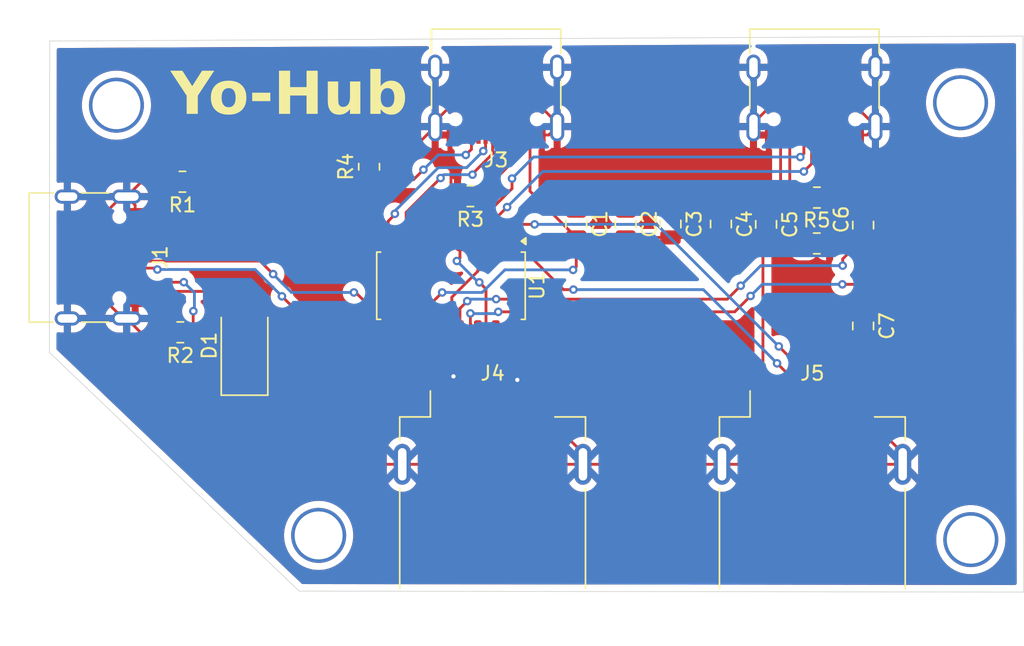
<source format=kicad_pcb>
(kicad_pcb (version 20241229) (generator "pcbnew") (generator_version "9.0")
  (layers (0 "F.Cu" signal) (2 "B.Cu" signal) (13 "F.Paste" user) (15 "B.Paste" user) (5 "F.SilkS" user "F.Silkscreen") (7 "B.SilkS" user "B.Silkscreen") (1 "F.Mask" user) (3 "B.Mask" user) (25 "Edge.Cuts" user))
  (net 0 "")
  (net 1 "VBUS")
  (net 3 "GND")
  (net 5 "Net-(U1-VDD3)")
  (net 6 "Net-(U1-VDD18)")
  (net 7 "Net-(D1-A)")
  (net 8 "Net-(J1-CC1)")
  (net 9 "D0-")
  (net 10 "Net-(J1-CC2)")
  (net 11 "D0+")
  (net 12 "D2-")
  (net 13 "Net-(J2-CC2)")
  (net 14 "Net-(J2-CC1)")
  (net 15 "D2+")
  (net 16 "D1+")
  (net 17 "D1-")
  (net 18 "Net-(J3-CC1)")
  (net 21 "Net-(J3-CC2)")
  (net 22 "D3+")
  (net 23 "D3-")
  (net 25 "D4+")
  (net 26 "D4-")
  (footprint "Connector_USB:USB_A_Receptacle_GCT_USB1046" (layer "F.Cu") (at 115.65 84.235)
    (property "Reference" "J4" (at 0 -10 0) (layer "F.SilkS"))
    (property "Value" "USB_A")
    (fp_line (start -6.58 -6.91) (end -6.58 -5.26) (stroke (width 0.12)) (layer "F.SilkS"))
    (fp_line (start -6.58 -1.84) (end -6.58 5.25) (stroke (width 0.12)) (layer "F.SilkS"))
    (fp_line (start -4.41 -6.91) (end -6.58 -6.91) (stroke (width 0.12)) (layer "F.SilkS"))
    (fp_line (start -4.41 -6.91) (end -4.41 -8.75) (stroke (width 0.12)) (layer "F.SilkS"))
    (fp_line (start 4.41 -6.91) (end 6.58 -6.91) (stroke (width 0.12)) (layer "F.SilkS"))
    (fp_line (start 6.58 -6.91) (end 6.58 -5.26) (stroke (width 0.12)) (layer "F.SilkS"))
    (fp_line (start 6.58 -1.84) (end 6.58 5.25) (stroke (width 0.12)) (layer "F.SilkS"))
    (pad "1" smd roundrect (at -3.5 -7.25) (size 1.3 3) (layers "F.Cu" "F.Mask" "F.Paste") (net 1 "VBUS"))
    (pad "2" smd roundrect (at -1 -7.25) (size 1.3 3) (layers "F.Cu" "F.Mask" "F.Paste") (net 23 "D3-"))
    (pad "3" smd roundrect (at 1 -7.25) (size 1.3 3) (layers "F.Cu" "F.Mask" "F.Paste") (net 22 "D3+"))
    (pad "4" smd roundrect (at 3.5 -7.25) (size 1.3 3) (layers "F.Cu" "F.Mask" "F.Paste") (net 3 "GND"))
    (pad "5" thru_hole oval (at -6.4 -3.55) (size 1.2 2.9) (drill oval 0.6 2.3) (property pad_prop_heatsink) (layers "*.Cu" "*.Mask") (net 3 "GND"))
    (pad "5" thru_hole oval (at 6.4 -3.55) (size 1.2 2.9) (drill oval 0.6 2.3) (property pad_prop_heatsink) (layers "*.Cu" "*.Mask") (net 3 "GND"))
  )
  (footprint "Capacitor_SMD:C_0805_2012Metric" (layer "F.Cu") (at 141.9 63.725 90)
    (property "Reference" "C6" (at 0.4 -1.55 90) (layer "F.SilkS"))
    (property "Value" "10uF")
    (fp_line (start -0.261252 -0.735) (end 0.261252 -0.735) (stroke (width 0.12)) (layer "F.SilkS"))
    (fp_line (start -0.261252 0.735) (end 0.261252 0.735) (stroke (width 0.12)) (layer "F.SilkS"))
    (pad "1" smd roundrect (at -0.95 0 90) (size 1 1.45) (layers "F.Cu" "F.Mask" "F.Paste") (net 5 "Net-(U1-VDD3)"))
    (pad "2" smd roundrect (at 0.95 0 90) (size 1 1.45) (layers "F.Cu" "F.Mask" "F.Paste") (net 3 "GND"))
  )
  (footprint "Connector_USB:USB_C_Receptacle_G-Switch_GT-USB-7010ASV" (layer "F.Cu") (at 86.6 66.025 -90)
    (property "Reference" "J1" (at 0 -5.5 90) (layer "F.SilkS"))
    (property "Value" "USB_C_Receptacle_USB2.0_16P")
    (fp_line (start -4.58 3.785) (end -4.58 2.08) (stroke (width 0.12)) (layer "F.SilkS"))
    (fp_line (start 4.58 3.785) (end -4.58 3.785) (stroke (width 0.12)) (layer "F.SilkS"))
    (fp_line (start 4.58 2.08) (end 4.58 3.785) (stroke (width 0.12)) (layer "F.SilkS"))
    (fp_line (start 4.58 0.07) (end 4.58 -1.85) (stroke (width 0.12)) (layer "F.SilkS"))
    (fp_line (start -4.58 -1.85) (end -4.58 0.07) (stroke (width 0.12)) (layer "F.SilkS"))
    (pad "" np_thru_hole circle (at -2.89 -2.605 270) (size 0.65 0.65) (drill 0.65) (layers "*.Cu" "*.Mask"))
    (pad "" np_thru_hole circle (at 2.89 -2.605 270) (size 0.65 0.65) (drill 0.65) (layers "*.Cu" "*.Mask"))
    (pad "A1" smd rect (at -3.2 -3.725 270) (size 0.6 1.24) (layers "F.Cu" "F.Mask" "F.Paste") (net 3 "GND"))
    (pad "A4" smd rect (at -2.4 -3.725 270) (size 0.6 1.24) (layers "F.Cu" "F.Mask" "F.Paste") (net 7 "Net-(D1-A)"))
    (pad "A5" smd rect (at -1.25 -3.725 270) (size 0.3 1.24) (layers "F.Cu" "F.Mask" "F.Paste") (net 8 "Net-(J1-CC1)"))
    (pad "A6" smd rect (at -0.25 -3.725 270) (size 0.3 1.24) (layers "F.Cu" "F.Mask" "F.Paste") (net 11 "D0+"))
    (pad "A7" smd rect (at 0.25 -3.725 270) (size 0.3 1.24) (layers "F.Cu" "F.Mask" "F.Paste") (net 9 "D0-"))
    (pad "A8" smd rect (at 1.25 -3.725 270) (size 0.3 1.24) (layers "F.Cu" "F.Mask" "F.Paste"))
    (pad "A9" smd rect (at 2.4 -3.725 270) (size 0.6 1.24) (layers "F.Cu" "F.Mask" "F.Paste") (net 7 "Net-(D1-A)"))
    (pad "A12" smd rect (at 3.2 -3.725 270) (size 0.6 1.24) (layers "F.Cu" "F.Mask" "F.Paste") (net 3 "GND"))
    (pad "B1" smd rect (at 3.2 -3.725 270) (size 0.6 1.24) (layers "F.Cu" "F.Mask" "F.Paste") (net 3 "GND"))
    (pad "B4" smd rect (at 2.4 -3.725 270) (size 0.6 1.24) (layers "F.Cu" "F.Mask" "F.Paste") (net 7 "Net-(D1-A)"))
    (pad "B5" smd rect (at 1.75 -3.725 270) (size 0.3 1.24) (layers "F.Cu" "F.Mask" "F.Paste") (net 10 "Net-(J1-CC2)"))
    (pad "B6" smd rect (at 0.75 -3.725 270) (size 0.3 1.24) (layers "F.Cu" "F.Mask" "F.Paste") (net 11 "D0+"))
    (pad "B7" smd rect (at -0.75 -3.725 270) (size 0.3 1.24) (layers "F.Cu" "F.Mask" "F.Paste") (net 9 "D0-"))
    (pad "B8" smd rect (at -1.75 -3.725 270) (size 0.3 1.24) (layers "F.Cu" "F.Mask" "F.Paste"))
    (pad "B9" smd rect (at -2.4 -3.725 270) (size 0.6 1.24) (layers "F.Cu" "F.Mask" "F.Paste") (net 7 "Net-(D1-A)"))
    (pad "B12" smd rect (at -3.2 -3.725 270) (size 0.6 1.24) (layers "F.Cu" "F.Mask" "F.Paste") (net 3 "GND"))
    (pad "S1" thru_hole oval (at -4.32 -3.125 270) (size 1 2.1) (drill oval 0.6 1.7) (property pad_prop_heatsink) (layers "*.Cu" "*.Mask") (net 3 "GND"))
    (pad "S1" thru_hole oval (at -4.32 1.075 270) (size 1 1.8) (drill oval 0.6 1.4) (property pad_prop_heatsink) (layers "*.Cu" "*.Mask") (net 3 "GND"))
    (pad "S1" thru_hole oval (at 4.32 -3.125 270) (size 1 2.1) (drill oval 0.6 1.7) (property pad_prop_heatsink) (layers "*.Cu" "*.Mask") (net 3 "GND"))
    (pad "S1" thru_hole oval (at 4.32 1.075 270) (size 1 1.8) (drill oval 0.6 1.4) (property pad_prop_heatsink) (layers "*.Cu" "*.Mask") (net 3 "GND"))
  )
  (footprint "Resistor_SMD:R_0805_2012Metric" (layer "F.Cu") (at 93.675 60.65 180)
    (property "Reference" "R1" (at 0 -1.65 0) (layer "F.SilkS"))
    (property "Value" "R")
    (fp_line (start -0.227064 0.735) (end 0.227064 0.735) (stroke (width 0.12)) (layer "F.SilkS"))
    (fp_line (start -0.227064 -0.735) (end 0.227064 -0.735) (stroke (width 0.12)) (layer "F.SilkS"))
    (pad "1" smd roundrect (at -0.9125 0 180) (size 1.025 1.4) (layers "F.Cu" "F.Mask" "F.Paste") (roundrect_rratio 0.243902) (net 8 "Net-(J1-CC1)"))
    (pad "2" smd roundrect (at 0.9125 0 180) (size 1.025 1.4) (layers "F.Cu" "F.Mask" "F.Paste") (roundrect_rratio 0.243902) (net 3 "GND"))
  )
  (footprint "Capacitor_SMD:C_0805_2012Metric" (layer "F.Cu") (at 141.9 70.875 -90)
    (property "Reference" "C7" (at 0 -1.68 90) (layer "F.SilkS"))
    (property "Value" "10uF")
    (fp_line (start -0.261252 0.735) (end 0.261252 0.735) (stroke (width 0.12)) (layer "F.SilkS"))
    (fp_line (start -0.261252 -0.735) (end 0.261252 -0.735) (stroke (width 0.12)) (layer "F.SilkS"))
    (pad "1" smd roundrect (at -0.95 0 270) (size 1 1.45) (layers "F.Cu" "F.Mask" "F.Paste") (net 6 "Net-(U1-VDD18)"))
    (pad "2" smd roundrect (at 0.95 0 270) (size 1 1.45) (layers "F.Cu" "F.Mask" "F.Paste") (net 3 "GND"))
  )
  (footprint "Capacitor_SMD:C_0805_2012Metric" (layer "F.Cu") (at 128.25 63.65 -90)
    (property "Reference" "C3" (at 0 -1.68 90) (layer "F.SilkS"))
    (property "Value" "C")
    (fp_line (start -0.261252 0.735) (end 0.261252 0.735) (stroke (width 0.12)) (layer "F.SilkS"))
    (fp_line (start -0.261252 -0.735) (end 0.261252 -0.735) (stroke (width 0.12)) (layer "F.SilkS"))
    (pad "1" smd roundrect (at -0.95 0 270) (size 1 1.45) (layers "F.Cu" "F.Mask" "F.Paste") (net 3 "GND"))
    (pad "2" smd roundrect (at 0.95 0 270) (size 1 1.45) (layers "F.Cu" "F.Mask" "F.Paste") (net 1 "VBUS"))
  )
  (footprint "Resistor_SMD:R_0805_2012Metric" (layer "F.Cu") (at 114.075 61.675 180)
    (property "Reference" "R3" (at 0 -1.65 0) (layer "F.SilkS"))
    (property "Value" "R")
    (fp_line (start -0.227064 0.735) (end 0.227064 0.735) (stroke (width 0.12)) (layer "F.SilkS"))
    (fp_line (start -0.227064 -0.735) (end 0.227064 -0.735) (stroke (width 0.12)) (layer "F.SilkS"))
    (pad "1" smd roundrect (at -0.9125 0 180) (size 1.025 1.4) (layers "F.Cu" "F.Mask" "F.Paste") (roundrect_rratio 0.243902) (net 18 "Net-(J3-CC1)"))
    (pad "2" smd roundrect (at 0.9125 0 180) (size 1.025 1.4) (layers "F.Cu" "F.Mask" "F.Paste") (roundrect_rratio 0.243902) (net 3 "GND"))
  )
  (footprint "Resistor_SMD:R_0805_2012Metric" (layer "F.Cu") (at 138.6125 65.025)
    (property "Reference" "R5" (at 0 -1.65 0) (layer "F.SilkS"))
    (property "Value" "R")
    (fp_line (start -0.227064 -0.735) (end 0.227064 -0.735) (stroke (width 0.12)) (layer "F.SilkS"))
    (fp_line (start -0.227064 0.735) (end 0.227064 0.735) (stroke (width 0.12)) (layer "F.SilkS"))
    (pad "1" smd roundrect (at -0.9125 0) (size 1.025 1.4) (layers "F.Cu" "F.Mask" "F.Paste") (roundrect_rratio 0.243902) (net 14 "Net-(J2-CC1)"))
    (pad "2" smd roundrect (at 0.9125 0) (size 1.025 1.4) (layers "F.Cu" "F.Mask" "F.Paste") (roundrect_rratio 0.243902) (net 3 "GND"))
  )
  (footprint "Capacitor_SMD:C_0805_2012Metric" (layer "F.Cu") (at 131.825 63.65 -90)
    (property "Reference" "C4" (at 0 -1.68 90) (layer "F.SilkS"))
    (property "Value" "C")
    (fp_line (start -0.261252 0.735) (end 0.261252 0.735) (stroke (width 0.12)) (layer "F.SilkS"))
    (fp_line (start -0.261252 -0.735) (end 0.261252 -0.735) (stroke (width 0.12)) (layer "F.SilkS"))
    (pad "1" smd roundrect (at -0.95 0 270) (size 1 1.45) (layers "F.Cu" "F.Mask" "F.Paste") (net 3 "GND"))
    (pad "2" smd roundrect (at 0.95 0 270) (size 1 1.45) (layers "F.Cu" "F.Mask" "F.Paste") (net 1 "VBUS"))
  )
  (footprint "Diode_SMD:D_SMA" (layer "F.Cu") (at 98.075 72.275 90)
    (property "Reference" "D1" (at 0 -2.5 90) (layer "F.SilkS"))
    (property "Value" "D")
    (fp_line (start -3.51 -1.65) (end 2 -1.65) (stroke (width 0.12)) (layer "F.SilkS"))
    (fp_line (start -3.51 -1.65) (end -3.51 1.65) (stroke (width 0.12)) (layer "F.SilkS"))
    (fp_line (start -3.51 1.65) (end 2 1.65) (stroke (width 0.12)) (layer "F.SilkS"))
    (pad "1" smd roundrect (at -2 0 90) (size 2.5 1.8) (layers "F.Cu" "F.Mask" "F.Paste") (roundrect_rratio 0.1388888889) (net 1 "VBUS"))
    (pad "2" smd roundrect (at 2 0 90) (size 2.5 1.8) (layers "F.Cu" "F.Mask" "F.Paste") (roundrect_rratio 0.1388888889) (net 7 "Net-(D1-A)"))
  )
  (footprint "Capacitor_SMD:C_0805_2012Metric" (layer "F.Cu") (at 135.025 63.675 -90)
    (property "Reference" "C5" (at 0 -1.68 90) (layer "F.SilkS"))
    (property "Value" "C")
    (fp_line (start -0.261252 0.735) (end 0.261252 0.735) (stroke (width 0.12)) (layer "F.SilkS"))
    (fp_line (start -0.261252 -0.735) (end 0.261252 -0.735) (stroke (width 0.12)) (layer "F.SilkS"))
    (pad "1" smd roundrect (at -0.95 0 270) (size 1 1.45) (layers "F.Cu" "F.Mask" "F.Paste") (net 3 "GND"))
    (pad "2" smd roundrect (at 0.95 0 270) (size 1 1.45) (layers "F.Cu" "F.Mask" "F.Paste") (net 1 "VBUS"))
  )
  (footprint "Connector_USB:USB_C_Receptacle_G-Switch_GT-USB-7010ASV" (layer "F.Cu") (at 115.9 53.615 180)
    (property "Reference" "J3" (at 0 -5.5 0) (layer "F.SilkS"))
    (property "Value" "USB_C_Receptacle_USB2.0_16P")
    (fp_line (start 4.58 3.785) (end -4.58 3.785) (stroke (width 0.12)) (layer "F.SilkS"))
    (fp_line (start 4.58 2.08) (end 4.58 3.785) (stroke (width 0.12)) (layer "F.SilkS"))
    (fp_line (start 4.58 0.07) (end 4.58 -1.85) (stroke (width 0.12)) (layer "F.SilkS"))
    (fp_line (start -4.58 3.785) (end -4.58 2.08) (stroke (width 0.12)) (layer "F.SilkS"))
    (fp_line (start -4.58 -1.85) (end -4.58 0.07) (stroke (width 0.12)) (layer "F.SilkS"))
    (pad "" np_thru_hole circle (at -2.89 -2.605 180) (size 0.65 0.65) (drill 0.65) (layers "*.Cu" "*.Mask"))
    (pad "" np_thru_hole circle (at 2.89 -2.605 180) (size 0.65 0.65) (drill 0.65) (layers "*.Cu" "*.Mask"))
    (pad "A1" smd rect (at -3.2 -3.725 180) (size 0.6 1.24) (layers "F.Cu" "F.Mask" "F.Paste") (net 3 "GND"))
    (pad "A4" smd rect (at -2.4 -3.725 180) (size 0.6 1.24) (layers "F.Cu" "F.Mask" "F.Paste") (net 1 "VBUS"))
    (pad "A5" smd rect (at -1.25 -3.725 180) (size 0.3 1.24) (layers "F.Cu" "F.Mask" "F.Paste") (net 18 "Net-(J3-CC1)"))
    (pad "A6" smd rect (at -0.25 -3.725 180) (size 0.3 1.24) (layers "F.Cu" "F.Mask" "F.Paste") (net 16 "D1+"))
    (pad "A7" smd rect (at 0.25 -3.725 180) (size 0.3 1.24) (layers "F.Cu" "F.Mask" "F.Paste") (net 17 "D1-"))
    (pad "A8" smd rect (at 1.25 -3.725 180) (size 0.3 1.24) (layers "F.Cu" "F.Mask" "F.Paste"))
    (pad "A9" smd rect (at 2.4 -3.725 180) (size 0.6 1.24) (layers "F.Cu" "F.Mask" "F.Paste") (net 1 "VBUS"))
    (pad "A12" smd rect (at 3.2 -3.725 180) (size 0.6 1.24) (layers "F.Cu" "F.Mask" "F.Paste") (net 3 "GND"))
    (pad "B1" smd rect (at 3.2 -3.725 180) (size 0.6 1.24) (layers "F.Cu" "F.Mask" "F.Paste") (net 3 "GND"))
    (pad "B4" smd rect (at 2.4 -3.725 180) (size 0.6 1.24) (layers "F.Cu" "F.Mask" "F.Paste") (net 1 "VBUS"))
    (pad "B5" smd rect (at 1.75 -3.725 180) (size 0.3 1.24) (layers "F.Cu" "F.Mask" "F.Paste") (net 21 "Net-(J3-CC2)"))
    (pad "B6" smd rect (at 0.75 -3.725 180) (size 0.3 1.24) (layers "F.Cu" "F.Mask" "F.Paste") (net 16 "D1+"))
    (pad "B7" smd rect (at -0.75 -3.725 180) (size 0.3 1.24) (layers "F.Cu" "F.Mask" "F.Paste") (net 17 "D1-"))
    (pad "B8" smd rect (at -1.75 -3.725 180) (size 0.3 1.24) (layers "F.Cu" "F.Mask" "F.Paste"))
    (pad "B9" smd rect (at -2.4 -3.725 180) (size 0.6 1.24) (layers "F.Cu" "F.Mask" "F.Paste") (net 1 "VBUS"))
    (pad "B12" smd rect (at -3.2 -3.725 180) (size 0.6 1.24) (layers "F.Cu" "F.Mask" "F.Paste") (net 3 "GND"))
    (pad "S1" thru_hole oval (at -4.32 -3.125 180) (size 1 2.1) (drill oval 0.6 1.7) (property pad_prop_heatsink) (layers "*.Cu" "*.Mask") (net 3 "GND"))
    (pad "S1" thru_hole oval (at -4.32 1.075 180) (size 1 1.8) (drill oval 0.6 1.4) (property pad_prop_heatsink) (layers "*.Cu" "*.Mask") (net 3 "GND"))
    (pad "S1" thru_hole oval (at 4.32 -3.125 180) (size 1 2.1) (drill oval 0.6 1.7) (property pad_prop_heatsink) (layers "*.Cu" "*.Mask") (net 3 "GND"))
    (pad "S1" thru_hole oval (at 4.32 1.075 180) (size 1 1.8) (drill oval 0.6 1.4) (property pad_prop_heatsink) (layers "*.Cu" "*.Mask") (net 3 "GND"))
  )
  (footprint "Resistor_SMD:R_0805_2012Metric" (layer "F.Cu") (at 138.625 61.775)
    (property "Reference" "R6" (hide yes))
    (property "Value" "R")
    (fp_line (start -0.227064 -0.735) (end 0.227064 -0.735) (stroke (width 0.12)) (layer "F.SilkS"))
    (fp_line (start -0.227064 0.735) (end 0.227064 0.735) (stroke (width 0.12)) (layer "F.SilkS"))
    (pad "1" smd roundrect (at -0.9125 0) (size 1.025 1.4) (layers "F.Cu" "F.Mask" "F.Paste") (roundrect_rratio 0.243902) (net 13 "Net-(J2-CC2)"))
    (pad "2" smd roundrect (at 0.9125 0) (size 1.025 1.4) (layers "F.Cu" "F.Mask" "F.Paste") (roundrect_rratio 0.243902) (net 3 "GND"))
  )
  (footprint "Connector_USB:USB_C_Receptacle_G-Switch_GT-USB-7010ASV" (layer "F.Cu") (at 138.45 53.615 180)
    (property "Reference" "J2" (hide yes))
    (property "Value" "USB_C_Receptacle_USB2.0_16P")
    (fp_line (start 4.58 3.785) (end -4.58 3.785) (stroke (width 0.12)) (layer "F.SilkS"))
    (fp_line (start 4.58 2.08) (end 4.58 3.785) (stroke (width 0.12)) (layer "F.SilkS"))
    (fp_line (start 4.58 0.07) (end 4.58 -1.85) (stroke (width 0.12)) (layer "F.SilkS"))
    (fp_line (start -4.58 3.785) (end -4.58 2.08) (stroke (width 0.12)) (layer "F.SilkS"))
    (fp_line (start -4.58 -1.85) (end -4.58 0.07) (stroke (width 0.12)) (layer "F.SilkS"))
    (pad "" np_thru_hole circle (at -2.89 -2.605 180) (size 0.65 0.65) (drill 0.65) (layers "*.Cu" "*.Mask"))
    (pad "" np_thru_hole circle (at 2.89 -2.605 180) (size 0.65 0.65) (drill 0.65) (layers "*.Cu" "*.Mask"))
    (pad "A1" smd rect (at -3.2 -3.725 180) (size 0.6 1.24) (layers "F.Cu" "F.Mask" "F.Paste") (net 3 "GND"))
    (pad "A4" smd rect (at -2.4 -3.725 180) (size 0.6 1.24) (layers "F.Cu" "F.Mask" "F.Paste") (net 1 "VBUS"))
    (pad "A5" smd rect (at -1.25 -3.725 180) (size 0.3 1.24) (layers "F.Cu" "F.Mask" "F.Paste") (net 14 "Net-(J2-CC1)"))
    (pad "A6" smd rect (at -0.25 -3.725 180) (size 0.3 1.24) (layers "F.Cu" "F.Mask" "F.Paste") (net 15 "D2+"))
    (pad "A7" smd rect (at 0.25 -3.725 180) (size 0.3 1.24) (layers "F.Cu" "F.Mask" "F.Paste") (net 12 "D2-"))
    (pad "A8" smd rect (at 1.25 -3.725 180) (size 0.3 1.24) (layers "F.Cu" "F.Mask" "F.Paste"))
    (pad "A9" smd rect (at 2.4 -3.725 180) (size 0.6 1.24) (layers "F.Cu" "F.Mask" "F.Paste") (net 1 "VBUS"))
    (pad "A12" smd rect (at 3.2 -3.725 180) (size 0.6 1.24) (layers "F.Cu" "F.Mask" "F.Paste") (net 3 "GND"))
    (pad "B1" smd rect (at 3.2 -3.725 180) (size 0.6 1.24) (layers "F.Cu" "F.Mask" "F.Paste") (net 3 "GND"))
    (pad "B4" smd rect (at 2.4 -3.725 180) (size 0.6 1.24) (layers "F.Cu" "F.Mask" "F.Paste") (net 1 "VBUS"))
    (pad "B5" smd rect (at 1.75 -3.725 180) (size 0.3 1.24) (layers "F.Cu" "F.Mask" "F.Paste") (net 13 "Net-(J2-CC2)"))
    (pad "B6" smd rect (at 0.75 -3.725 180) (size 0.3 1.24) (layers "F.Cu" "F.Mask" "F.Paste") (net 15 "D2+"))
    (pad "B7" smd rect (at -0.75 -3.725 180) (size 0.3 1.24) (layers "F.Cu" "F.Mask" "F.Paste") (net 12 "D2-"))
    (pad "B8" smd rect (at -1.75 -3.725 180) (size 0.3 1.24) (layers "F.Cu" "F.Mask" "F.Paste"))
    (pad "B9" smd rect (at -2.4 -3.725 180) (size 0.6 1.24) (layers "F.Cu" "F.Mask" "F.Paste") (net 1 "VBUS"))
    (pad "B12" smd rect (at -3.2 -3.725 180) (size 0.6 1.24) (layers "F.Cu" "F.Mask" "F.Paste") (net 3 "GND"))
    (pad "S1" thru_hole oval (at -4.32 -3.125 180) (size 1 2.1) (drill oval 0.6 1.7) (property pad_prop_heatsink) (layers "*.Cu" "*.Mask") (net 3 "GND"))
    (pad "S1" thru_hole oval (at -4.32 1.075 180) (size 1 1.8) (drill oval 0.6 1.4) (property pad_prop_heatsink) (layers "*.Cu" "*.Mask") (net 3 "GND"))
    (pad "S1" thru_hole oval (at 4.32 -3.125 180) (size 1 2.1) (drill oval 0.6 1.7) (property pad_prop_heatsink) (layers "*.Cu" "*.Mask") (net 3 "GND"))
    (pad "S1" thru_hole oval (at 4.32 1.075 180) (size 1 1.8) (drill oval 0.6 1.4) (property pad_prop_heatsink) (layers "*.Cu" "*.Mask") (net 3 "GND"))
  )
  (footprint "Capacitor_SMD:C_0805_2012Metric" (layer "F.Cu") (at 121.575 63.65 -90)
    (property "Reference" "C1" (at 0 -1.68 90) (layer "F.SilkS"))
    (property "Value" "C")
    (fp_line (start -0.261252 0.735) (end 0.261252 0.735) (stroke (width 0.12)) (layer "F.SilkS"))
    (fp_line (start -0.261252 -0.735) (end 0.261252 -0.735) (stroke (width 0.12)) (layer "F.SilkS"))
    (pad "1" smd roundrect (at -0.95 0 270) (size 1 1.45) (layers "F.Cu" "F.Mask" "F.Paste") (net 3 "GND"))
    (pad "2" smd roundrect (at 0.95 0 270) (size 1 1.45) (layers "F.Cu" "F.Mask" "F.Paste") (net 1 "VBUS"))
  )
  (footprint "Capacitor_SMD:C_0805_2012Metric" (layer "F.Cu") (at 125.075 63.65 -90)
    (property "Reference" "C2" (at 0 -1.68 90) (layer "F.SilkS"))
    (property "Value" "C")
    (fp_line (start -0.261252 0.735) (end 0.261252 0.735) (stroke (width 0.12)) (layer "F.SilkS"))
    (fp_line (start -0.261252 -0.735) (end 0.261252 -0.735) (stroke (width 0.12)) (layer "F.SilkS"))
    (pad "1" smd roundrect (at -0.95 0 270) (size 1 1.45) (layers "F.Cu" "F.Mask" "F.Paste") (net 3 "GND"))
    (pad "2" smd roundrect (at 0.95 0 270) (size 1 1.45) (layers "F.Cu" "F.Mask" "F.Paste") (net 1 "VBUS"))
  )
  (footprint "Package_SO:SOIC-16_4.55x10.3mm_P1.27mm" (layer "F.Cu") (at 112.7 68.025 -90)
    (property "Reference" "U1" (at 0 -6.1 90) (layer "F.SilkS"))
    (property "Value" "SL2.1A")
    (fp_line (start -2.385 5.26) (end -2.385 4.98) (stroke (width 0.12)) (layer "F.SilkS"))
    (fp_line (start 0 5.26) (end -2.385 5.26) (stroke (width 0.12)) (layer "F.SilkS"))
    (fp_line (start 0 5.26) (end 2.385 5.26) (stroke (width 0.12)) (layer "F.SilkS"))
    (fp_line (start 2.385 5.26) (end 2.385 4.98) (stroke (width 0.12)) (layer "F.SilkS"))
    (fp_line (start -2.385 -5.26) (end -2.385 -4.98) (stroke (width 0.12)) (layer "F.SilkS"))
    (fp_line (start 0 -5.26) (end -2.385 -5.26) (stroke (width 0.12)) (layer "F.SilkS"))
    (fp_line (start 0 -5.26) (end 2.385 -5.26) (stroke (width 0.12)) (layer "F.SilkS"))
    (fp_line (start 2.385 -5.26) (end 2.385 -4.98) (stroke (width 0.12)) (layer "F.SilkS"))
    (fp_poly (pts (xy -3.1625 -4.98) (xy -3.4025 -5.31) (xy -2.9225 -5.31)) (stroke (width 0.12)) (fill yes) (layer "F.SilkS"))
    (pad "1" smd roundrect (at -3.25 -4.445 270) (size 1.6 0.55) (layers "F.Cu" "F.Mask" "F.Paste") (net 26 "D4-"))
    (pad "2" smd roundrect (at -3.25 -3.175 270) (size 1.6 0.55) (layers "F.Cu" "F.Mask" "F.Paste") (net 25 "D4+"))
    (pad "3" smd roundrect (at -3.25 -1.905 270) (size 1.6 0.55) (layers "F.Cu" "F.Mask" "F.Paste") (net 23 "D3-"))
    (pad "4" smd roundrect (at -3.25 -0.635 270) (size 1.6 0.55) (layers "F.Cu" "F.Mask" "F.Paste") (net 22 "D3+"))
    (pad "5" smd roundrect (at -3.25 0.635 270) (size 1.6 0.55) (layers "F.Cu" "F.Mask" "F.Paste") (net 12 "D2-"))
    (pad "6" smd roundrect (at -3.25 1.905 270) (size 1.6 0.55) (layers "F.Cu" "F.Mask" "F.Paste") (net 15 "D2+"))
    (pad "7" smd roundrect (at -3.25 3.175 270) (size 1.6 0.55) (layers "F.Cu" "F.Mask" "F.Paste") (net 17 "D1-"))
    (pad "8" smd roundrect (at -3.25 4.445 270) (size 1.6 0.55) (layers "F.Cu" "F.Mask" "F.Paste") (net 16 "D1+"))
    (pad "9" smd roundrect (at 3.25 4.445 270) (size 1.6 0.55) (layers "F.Cu" "F.Mask" "F.Paste") (net 9 "D0-"))
    (pad "10" smd roundrect (at 3.25 3.175 270) (size 1.6 0.55) (layers "F.Cu" "F.Mask" "F.Paste") (net 11 "D0+"))
    (pad "11" smd roundrect (at 3.25 1.905 270) (size 1.6 0.55) (layers "F.Cu" "F.Mask" "F.Paste") (net 1 "VBUS"))
    (pad "12" smd roundrect (at 3.25 0.635 270) (size 1.6 0.55) (layers "F.Cu" "F.Mask" "F.Paste") (net 3 "GND"))
    (pad "13" smd roundrect (at 3.25 -0.635 270) (size 1.6 0.55) (layers "F.Cu" "F.Mask" "F.Paste") (net 5 "Net-(U1-VDD3)"))
    (pad "14" smd roundrect (at 3.25 -1.905 270) (size 1.6 0.55) (layers "F.Cu" "F.Mask" "F.Paste") (net 6 "Net-(U1-VDD18)"))
    (pad "15" smd roundrect (at 3.25 -3.175 270) (size 1.6 0.55) (layers "F.Cu" "F.Mask" "F.Paste"))
    (pad "16" smd roundrect (at 3.25 -4.445 270) (size 1.6 0.55) (layers "F.Cu" "F.Mask" "F.Paste") (net 3 "GND"))
  )
  (footprint "Resistor_SMD:R_0805_2012Metric" (layer "F.Cu") (at 93.525 71.325 180)
    (property "Reference" "R2" (at 0 -1.65 0) (layer "F.SilkS"))
    (property "Value" "R")
    (fp_line (start -0.227064 0.735) (end 0.227064 0.735) (stroke (width 0.12)) (layer "F.SilkS"))
    (fp_line (start -0.227064 -0.735) (end 0.227064 -0.735) (stroke (width 0.12)) (layer "F.SilkS"))
    (pad "1" smd roundrect (at -0.9125 0 180) (size 1.025 1.4) (layers "F.Cu" "F.Mask" "F.Paste") (roundrect_rratio 0.243902) (net 10 "Net-(J1-CC2)"))
    (pad "2" smd roundrect (at 0.9125 0 180) (size 1.025 1.4) (layers "F.Cu" "F.Mask" "F.Paste") (roundrect_rratio 0.243902) (net 3 "GND"))
  )
  (footprint "Connector_USB:USB_A_Receptacle_GCT_USB1046" (layer "F.Cu") (at 138.3 84.235)
    (property "Reference" "J5" (at 0 -10 0) (layer "F.SilkS"))
    (property "Value" "USB_A")
    (fp_line (start -6.58 -6.91) (end -6.58 -5.26) (stroke (width 0.12)) (layer "F.SilkS"))
    (fp_line (start -6.58 -1.84) (end -6.58 5.25) (stroke (width 0.12)) (layer "F.SilkS"))
    (fp_line (start -4.41 -6.91) (end -6.58 -6.91) (stroke (width 0.12)) (layer "F.SilkS"))
    (fp_line (start -4.41 -6.91) (end -4.41 -8.75) (stroke (width 0.12)) (layer "F.SilkS"))
    (fp_line (start 4.41 -6.91) (end 6.58 -6.91) (stroke (width 0.12)) (layer "F.SilkS"))
    (fp_line (start 6.58 -6.91) (end 6.58 -5.26) (stroke (width 0.12)) (layer "F.SilkS"))
    (fp_line (start 6.58 -1.84) (end 6.58 5.25) (stroke (width 0.12)) (layer "F.SilkS"))
    (pad "1" smd roundrect (at -3.5 -7.25) (size 1.3 3) (layers "F.Cu" "F.Mask" "F.Paste") (net 1 "VBUS"))
    (pad "2" smd roundrect (at -1 -7.25) (size 1.3 3) (layers "F.Cu" "F.Mask" "F.Paste") (net 26 "D4-"))
    (pad "3" smd roundrect (at 1 -7.25) (size 1.3 3) (layers "F.Cu" "F.Mask" "F.Paste") (net 25 "D4+"))
    (pad "4" smd roundrect (at 3.5 -7.25) (size 1.3 3) (layers "F.Cu" "F.Mask" "F.Paste") (net 3 "GND"))
    (pad "5" thru_hole oval (at -6.4 -3.55) (size 1.2 2.9) (drill oval 0.6 2.3) (property pad_prop_heatsink) (layers "*.Cu" "*.Mask") (net 3 "GND"))
    (pad "5" thru_hole oval (at 6.4 -3.55) (size 1.2 2.9) (drill oval 0.6 2.3) (property pad_prop_heatsink) (layers "*.Cu" "*.Mask") (net 3 "GND"))
  )
  (footprint "Resistor_SMD:R_0805_2012Metric" (layer "F.Cu") (at 106.9 59.5875 90)
    (property "Reference" "R4" (at 0 -1.65 90) (layer "F.SilkS"))
    (property "Value" "R")
    (fp_line (start -0.227064 -0.735) (end 0.227064 -0.735) (stroke (width 0.12)) (layer "F.SilkS"))
    (fp_line (start -0.227064 0.735) (end 0.227064 0.735) (stroke (width 0.12)) (layer "F.SilkS"))
    (pad "1" smd roundrect (at -0.9125 0 90) (size 1.025 1.4) (layers "F.Cu" "F.Mask" "F.Paste") (roundrect_rratio 0.243902) (net 21 "Net-(J3-CC2)"))
    (pad "2" smd roundrect (at 0.9125 0 90) (size 1.025 1.4) (layers "F.Cu" "F.Mask" "F.Paste") (roundrect_rratio 0.243902) (net 3 "GND"))
  )
  (gr_line (start 84.25 72.75) (end 84.275 50.675) (stroke (width 0.05)) (layer "Edge.Cuts"))
  (gr_line (start 153.224805 50.325) (end 153.275325 89.741899) (stroke (width 0.05)) (layer "Edge.Cuts"))
  (gr_line (start 84.275 50.675) (end 153.224805 50.325) (stroke (width 0.05)) (layer "Edge.Cuts"))
  (gr_line (start 153.275195 89.742004) (end 101.95 89.675) (stroke (width 0.05)) (layer "Edge.Cuts"))
  (gr_line (start 101.95 89.675) (end 84.25 72.75) (stroke (width 0.05)) (layer "Edge.Cuts"))
  (gr_text "Yo-Hub" (at 92.85 56.35 0) (layer "F.SilkS") (effects (font (size 3 3) (thickness 0.3) (bold yes)) (justify left bottom)))
  (via (at 148.8 55.05) (size 3.9) (drill 3.4) (layers "F.Cu" "B.Cu") (net 0))
  (via (at 89 55.225) (size 3.9) (drill 3.4) (layers "F.Cu" "B.Cu") (net 0))
  (via (at 103.325 85.725) (size 3.9) (drill 3.4) (layers "F.Cu" "B.Cu") (net 0))
  (via (at 149.525 86.025) (size 3.9) (drill 3.4) (layers "F.Cu" "B.Cu") (net 0))
  (segment (start 118.3 57.34) (end 118.3 61.325) (width 0.2) (layer "F.Cu") (net 1))
  (segment (start 117.699 56.017) (end 118.101 56.419) (width 0.2) (layer "F.Cu") (net 1))
  (segment (start 110.795 71.275) (end 110.795 75.63) (width 0.2) (layer "F.Cu") (net 1))
  (segment (start 136.236 57.154) (end 136.236 56.414) (width 0.2) (layer "F.Cu") (net 1))
  (segment (start 118.101 56.419) (end 118.101 57.141) (width 0.2) (layer "F.Cu") (net 1))
  (segment (start 134.8 76.985) (end 134.8 64.85) (width 0.2) (layer "F.Cu") (net 1))
  (segment (start 136.05 63.6) (end 136.05 57.34) (width 0.2) (layer "F.Cu") (net 1))
  (segment (start 110.795 75.63) (end 112.15 76.985) (width 0.2) (layer "F.Cu") (net 1))
  (segment (start 112.15 76.985) (end 109.44 74.275) (width 0.2) (layer "F.Cu") (net 1))
  (segment (start 135 64.6) (end 135.025 64.625) (width 0.2) (layer "F.Cu") (net 1))
  (segment (start 140.176 55.944) (end 140.651 56.419) (width 0.2) (layer "F.Cu") (net 1))
  (segment (start 135.025 64.625) (end 136.05 63.6) (width 0.2) (layer "F.Cu") (net 1))
  (segment (start 125.075 64.6) (end 135 64.6) (width 0.2) (layer "F.Cu") (net 1))
  (segment (start 136.236 56.414) (end 136.706 55.944) (width 0.2) (layer "F.Cu") (net 1))
  (segment (start 118.101 57.141) (end 118.3 57.34) (width 0.2) (layer "F.Cu") (net 1))
  (segment (start 113.5 57.34) (end 113.5 56.686008) (width 0.2) (layer "F.Cu") (net 1))
  (segment (start 121.575 66.675) (end 121.575 64.6) (width 0.2) (layer "F.Cu") (net 1))
  (segment (start 110.795 69.78) (end 112.075 68.5) (width 0.2) (layer "F.Cu") (net 1))
  (segment (start 121.575 64.6) (end 125.075 64.6) (width 0.2) (layer "F.Cu") (net 1))
  (segment (start 118.3 61.325) (end 121.575 64.6) (width 0.2) (layer "F.Cu") (net 1))
  (segment (start 114.169008 56.017) (end 117.699 56.017) (width 0.2) (layer "F.Cu") (net 1))
  (segment (start 140.651 57.141) (end 140.85 57.34) (width 0.2) (layer "F.Cu") (net 1))
  (segment (start 113.5 56.686008) (end 114.169008 56.017) (width 0.2) (layer "F.Cu") (net 1))
  (segment (start 136.05 57.34) (end 136.236 57.154) (width 0.2) (layer "F.Cu") (net 1))
  (segment (start 109.44 74.275) (end 98.075 74.275) (width 0.2) (layer "F.Cu") (net 1))
  (segment (start 110.795 71.275) (end 110.795 69.78) (width 0.2) (layer "F.Cu") (net 1))
  (segment (start 121.35 66.9) (end 121.575 66.675) (width 0.2) (layer "F.Cu") (net 1))
  (segment (start 140.651 56.419) (end 140.651 57.141) (width 0.2) (layer "F.Cu") (net 1))
  (segment (start 134.8 64.85) (end 135.025 64.625) (width 0.2) (layer "F.Cu") (net 1))
  (segment (start 136.706 55.944) (end 140.176 55.944) (width 0.2) (layer "F.Cu") (net 1))
  (via (at 112.075 68.5) (size 0.6) (drill 0.3) (layers "F.Cu" "B.Cu") (net 1))
  (via (at 121.35 66.9) (size 0.6) (drill 0.3) (layers "F.Cu" "B.Cu") (net 1))
  (segment (start 114.913479 68.5) (end 112.075 68.5) (width 0.2) (layer "B.Cu") (net 1))
  (segment (start 116.513479 66.9) (end 114.913479 68.5) (width 0.2) (layer "B.Cu") (net 1))
  (segment (start 121.35 66.9) (end 116.513479 66.9) (width 0.2) (layer "B.Cu") (net 1))
  (segment (start 121.575 62.7) (end 125.075 62.7) (width 0.2) (layer "F.Cu") (net 3))
  (segment (start 117.4 74.7) (end 117.125 74.425) (width 0.2) (layer "F.Cu") (net 3))
  (segment (start 142.17 57.34) (end 142.77 56.74) (width 0.2) (layer "F.Cu") (net 3))
  (segment (start 112.7 61.2125) (end 112.7 57.34) (width 0.2) (layer "F.Cu") (net 3))
  (segment (start 113.1625 61.675) (end 112.7 61.2125) (width 0.2) (layer "F.Cu") (net 3))
  (segment (start 106.9 58.675) (end 109.645 58.675) (width 0.2) (layer "F.Cu") (net 3))
  (segment (start 139.525 64.65) (end 139.5375 64.6375) (width 0.2) (layer "F.Cu") (net 3))
  (segment (start 112.575 55.375) (end 119.105 55.375) (width 0.2) (layer "F.Cu") (net 3))
  (segment (start 142.77 56.74) (end 142.77 56.693992) (width 0.2) (layer "F.Cu") (net 3))
  (segment (start 139.5375 64.6375) (end 139.5375 61.775) (width 0.2) (layer "F.Cu") (net 3))
  (segment (start 112.7 57.34) (end 112.18 57.34) (width 0.2) (layer "F.Cu") (net 3))
  (segment (start 120.22 56.74) (end 120.22 52.54) (width 0.2) (layer "F.Cu") (net 3))
  (segment (start 140.9 61.775) (end 141.9 62.775) (width 0.2) (layer "F.Cu") (net 3))
  (segment (start 92.7625 60.65) (end 90.78 60.65) (width 0.2) (layer "F.Cu") (net 3))
  (segment (start 141.65 62.525) (end 141.9 62.775) (width 0.2) (layer "F.Cu") (net 3))
  (segment (start 135.25 62.5) (end 135.25 57.34) (width 0.2) (layer "F.Cu") (net 3))
  (segment (start 111.58 52.54) (end 111.58 56.74) (width 0.2) (layer "F.Cu") (net 3))
  (segment (start 134.13 56.74) (end 134.13 52.54) (width 0.2) (layer "F.Cu") (net 3))
  (segment (start 111.58 56.37) (end 112.575 55.375) (width 0.2) (layer "F.Cu") (net 3))
  (segment (start 139.525 65.025) (end 139.525 64.65) (width 0.2) (layer "F.Cu") (net 3))
  (segment (start 122.05 80.685) (end 131.9 80.685) (width 0.2) (layer "F.Cu") (net 3))
  (segment (start 112.18 57.34) (end 111.58 56.74) (width 0.2) (layer "F.Cu") (net 3))
  (segment (start 120.22 56.49) (end 120.22 56.74) (width 0.2) (layer "F.Cu") (net 3))
  (segment (start 122.05 80.685) (end 122.05 79.885) (width 0.2) (layer "F.Cu") (net 3))
  (segment (start 135.076 55.544) (end 134.13 56.49) (width 0.2) (layer "F.Cu") (net 3))
  (segment (start 117.125 74.425) (end 117.125 71.295) (width 0.2) (layer "F.Cu") (net 3))
  (segment (start 142.77 52.54) (end 142.77 56.74) (width 0.2) (layer "F.Cu") (net 3))
  (segment (start 135 62.7) (end 135.025 62.725) (width 0.2) (layer "F.Cu") (net 3))
  (segment (start 139.5375 61.775) (end 140.9 61.775) (width 0.2) (layer "F.Cu") (net 3))
  (segment (start 128.25 62.7) (end 135 62.7) (width 0.2) (layer "F.Cu") (net 3))
  (segment (start 141.620008 55.544) (end 135.076 55.544) (width 0.2) (layer "F.Cu") (net 3))
  (segment (start 90.325 69.745) (end 89.725 70.345) (width 0.2) (layer "F.Cu") (net 3))
  (segment (start 111.58 56.74) (end 111.58 56.37) (width 0.2) (layer "F.Cu") (net 3))
  (segment (start 139.525 65.025) (end 139.525 69.45) (width 0.2) (layer "F.Cu") (net 3))
  (segment (start 141.8 71.925) (end 141.9 71.825) (width 0.2) (layer "F.Cu") (net 3))
  (segment (start 135.25 57.34) (end 134.73 57.34) (width 0.2) (layer "F.Cu") (net 3))
  (segment (start 119.15 76.985) (end 119.15 73.28) (width 0.2) (layer "F.Cu") (net 3))
  (segment (start 92.6125 73.6125) (end 92.6125 71.325) (width 0.2) (layer "F.Cu") (net 3))
  (segment (start 134.73 57.34) (end 134.13 56.74) (width 0.2) (layer "F.Cu") (net 3))
  (segment (start 125.075 62.7) (end 128.25 62.7) (width 0.2) (layer "F.Cu") (net 3))
  (segment (start 87.9 68.77) (end 87.9 63.175) (width 0.2) (layer "F.Cu") (net 3))
  (segment (start 119.62 57.34) (end 120.22 56.74) (width 0.2) (layer "F.Cu") (net 3))
  (segment (start 90.325 62.825) (end 90.325 62.305) (width 0.2) (layer "F.Cu") (net 3))
  (segment (start 119.1 57.34) (end 119.62 57.34) (width 0.2) (layer "F.Cu") (net 3))
  (segment (start 141.8 76.985) (end 141.8 71.925) (width 0.2) (layer "F.Cu") (net 3))
  (segment (start 90.325 69.225) (end 90.325 69.745) (width 0.2) (layer "F.Cu") (net 3))
  (segment (start 90.705 71.325) (end 89.725 70.345) (width 0.2) (layer "F.Cu") (net 3))
  (segment (start 139.525 69.45) (end 141.9 71.825) (width 0.2) (layer "F.Cu") (net 3))
  (segment (start 85.525 70.345) (end 89.725 70.345) (width 0.2) (layer "F.Cu") (net 3))
  (segment (start 135.025 62.725) (end 135.25 62.5) (width 0.2) (layer "F.Cu") (net 3))
  (segment (start 109.645 58.675) (end 111.58 56.74) (width 0.2) (layer "F.Cu") (net 3))
  (segment (start 89.475 70.345) (end 87.9 68.77) (width 0.2) (layer "F.Cu") (net 3))
  (segment (start 144.7 80.685) (end 144.7 79.885) (width 0.2) (layer "F.Cu") (net 3))
  (segment (start 92.6125 71.325) (end 90.705 71.325) (width 0.2) (layer "F.Cu") (net 3))
  (segment (start 87.9 63.175) (end 89.37 61.705) (width 0.2) (layer "F.Cu") (net 3))
  (segment (start 119.15 73.28) (end 117.145 71.275) (width 0.2) (layer "F.Cu") (net 3))
  (segment (start 90.78 60.65) (end 89.725 61.705) (width 0.2) (layer "F.Cu") (net 3))
  (segment (start 117.125 71.295) (end 117.145 71.275) (width 0.2) (layer "F.Cu") (net 3))
  (segment (start 89.37 61.705) (end 89.725 61.705) (width 0.2) (layer "F.Cu") (net 3))
  (segment (start 109.25 80.685) (end 122.05 80.685) (width 0.2) (layer "F.Cu") (net 3))
  (segment (start 141.65 57.34) (end 142.17 57.34) (width 0.2) (layer "F.Cu") (net 3))
  (segment (start 142.77 56.693992) (end 141.620008 55.544) (width 0.2) (layer "F.Cu") (net 3))
  (segment (start 89.725 61.705) (end 85.525 61.705) (width 0.2) (layer "F.Cu") (net 3))
  (segment (start 120.22 61.345) (end 120.22 56.74) (width 0.2) (layer "F.Cu") (net 3))
  (segment (start 109.25 80.685) (end 99.685 80.685) (width 0.2) (layer "F.Cu") (net 3))
  (segment (start 112.065 73.64) (end 112.875 74.45) (width 0.2) (layer "F.Cu") (net 3))
  (segment (start 141.65 57.34) (end 141.65 62.525) (width 0.2) (layer "F.Cu") (net 3))
  (segment (start 144.7 79.885) (end 141.8 76.985) (width 0.2) (layer "F.Cu") (net 3))
  (segment (start 90.325 62.305) (end 89.725 61.705) (width 0.2) (layer "F.Cu") (net 3))
  (segment (start 131.9 80.685) (end 144.7 80.685) (width 0.2) (layer "F.Cu") (net 3))
  (segment (start 99.685 80.685) (end 92.6125 73.6125) (width 0.2) (layer "F.Cu") (net 3))
  (segment (start 89.725 70.345) (end 89.475 70.345) (width 0.2) (layer "F.Cu") (net 3))
  (segment (start 122.05 79.885) (end 119.15 76.985) (width 0.2) (layer "F.Cu") (net 3))
  (segment (start 119.105 55.375) (end 120.22 56.49) (width 0.2) (layer "F.Cu") (net 3))
  (segment (start 112.065 71.275) (end 112.065 73.64) (width 0.2) (layer "F.Cu") (net 3))
  (segment (start 134.13 56.49) (end 134.13 56.74) (width 0.2) (layer "F.Cu") (net 3))
  (segment (start 121.575 62.7) (end 120.22 61.345) (width 0.2) (layer "F.Cu") (net 3))
  (via (at 112.875 74.45) (size 0.6) (drill 0.3) (layers "F.Cu" "B.Cu") (net 3))
  (via (at 117.4 74.7) (size 0.6) (drill 0.3) (layers "F.Cu" "B.Cu") (net 3))
  (segment (start 113.45 75.025) (end 116.85 75.025) (width 0.2) (layer "B.Cu") (net 3))
  (segment (start 116.85 75.025) (end 117.075 75.025) (width 0.2) (layer "B.Cu") (net 3))
  (segment (start 117.075 75.025) (end 117.4 74.7) (width 0.2) (layer "B.Cu") (net 3))
  (segment (start 112.875 74.45) (end 113.45 75.025) (width 0.2) (layer "B.Cu") (net 3))
  (segment (start 133.225 68.025) (end 132.275 68.975) (width 0.2) (layer "F.Cu") (net 5))
  (segment (start 132.275 68.975) (end 115.9 68.975) (width 0.2) (layer "F.Cu") (net 5))
  (segment (start 113.335 71.275) (end 113.335 69.634239) (width 0.2) (layer "F.Cu") (net 5))
  (segment (start 140.45 66.125) (end 140.45 66.6) (width 0.2) (layer "F.Cu") (net 5))
  (segment (start 141.9 64.675) (end 140.45 66.125) (width 0.2) (layer "F.Cu") (net 5))
  (segment (start 113.335 69.634239) (end 113.851469 69.11777) (width 0.2) (layer "F.Cu") (net 5))
  (via (at 133.225 68.025) (size 0.6) (drill 0.3) (layers "F.Cu" "B.Cu") (net 5))
  (via (at 115.9 68.975) (size 0.6) (drill 0.3) (layers "F.Cu" "B.Cu") (net 5))
  (via (at 140.45 66.6) (size 0.6) (drill 0.3) (layers "F.Cu" "B.Cu") (net 5))
  (via (at 113.851469 69.11777) (size 0.6) (drill 0.3) (layers "F.Cu" "B.Cu") (net 5))
  (segment (start 113.885447 68.975) (end 113.851469 69.008978) (width 0.2) (layer "B.Cu") (net 5))
  (segment (start 113.851469 69.008978) (end 113.851469 69.11777) (width 0.2) (layer "B.Cu") (net 5))
  (segment (start 140.45 66.6) (end 134.65 66.6) (width 0.2) (layer "B.Cu") (net 5))
  (segment (start 115.9 68.975) (end 113.885447 68.975) (width 0.2) (layer "B.Cu") (net 5))
  (segment (start 134.65 66.6) (end 133.225 68.025) (width 0.2) (layer "B.Cu") (net 5))
  (segment (start 133.925 68.75) (end 132.8 69.875) (width 0.2) (layer "F.Cu") (net 6))
  (segment (start 141.6 67.925) (end 140.425 67.925) (width 0.2) (layer "F.Cu") (net 6))
  (segment (start 141.9 69.925) (end 141.9 68.225) (width 0.2) (layer "F.Cu") (net 6))
  (segment (start 141.9 68.225) (end 141.825 68.15) (width 0.2) (layer "F.Cu") (net 6))
  (segment (start 132.8 69.875) (end 116.05 69.875) (width 0.2) (layer "F.Cu") (net 6))
  (segment (start 114.605 71.275) (end 114.075 70.745) (width 0.2) (layer "F.Cu") (net 6))
  (segment (start 141.825 68.15) (end 141.6 67.925) (width 0.2) (layer "F.Cu") (net 6))
  (segment (start 114.075 70.745) (end 114.075 69.985711) (width 0.2) (layer "F.Cu") (net 6))
  (via (at 133.925 68.75) (size 0.6) (drill 0.3) (layers "F.Cu" "B.Cu") (net 6))
  (via (at 140.425 67.925) (size 0.6) (drill 0.3) (layers "F.Cu" "B.Cu") (net 6))
  (via (at 116.05 69.875) (size 0.6) (drill 0.3) (layers "F.Cu" "B.Cu") (net 6))
  (via (at 114.075 69.985711) (size 0.6) (drill 0.3) (layers "F.Cu" "B.Cu") (net 6))
  (segment (start 115.925 70) (end 114.089289 70) (width 0.2) (layer "B.Cu") (net 6))
  (segment (start 114.089289 70) (end 114.075 69.985711) (width 0.2) (layer "B.Cu") (net 6))
  (segment (start 134.75 67.925) (end 133.925 68.75) (width 0.2) (layer "B.Cu") (net 6))
  (segment (start 140.425 67.925) (end 134.75 67.925) (width 0.2) (layer "B.Cu") (net 6))
  (segment (start 116.05 69.875) (end 115.925 70) (width 0.2) (layer "B.Cu") (net 6))
  (segment (start 88.575 64.75) (end 88.575 67.328992) (width 0.2) (layer "F.Cu") (net 7))
  (segment (start 88.575 67.328992) (end 89.671008 68.425) (width 0.2) (layer "F.Cu") (net 7))
  (segment (start 90.325 63.625) (end 89.7 63.625) (width 0.2) (layer "F.Cu") (net 7))
  (segment (start 90.126 68.226) (end 90.325 68.425) (width 0.2) (layer "F.Cu") (net 7))
  (segment (start 89.671008 68.425) (end 90.325 68.425) (width 0.2) (layer "F.Cu") (net 7))
  (segment (start 96.225 68.425) (end 90.325 68.425) (width 0.2) (layer "F.Cu") (net 7))
  (segment (start 98.075 70.275) (end 96.225 68.425) (width 0.2) (layer "F.Cu") (net 7))
  (segment (start 89.7 63.625) (end 88.575 64.75) (width 0.2) (layer "F.Cu") (net 7))
  (segment (start 90.325 64.775) (end 91.197 64.775) (width 0.2) (layer "F.Cu") (net 8))
  (segment (start 94.5875 61.3845) (end 94.5875 60.65) (width 0.2) (layer "F.Cu") (net 8))
  (segment (start 91.197 64.775) (end 94.5875 61.3845) (width 0.2) (layer "F.Cu") (net 8))
  (segment (start 90.325 65.275) (end 91.197 65.275) (width 0.2) (layer "F.Cu") (net 9))
  (segment (start 105.825 68.5) (end 105.95 68.5) (width 0.2) (layer "F.Cu") (net 9))
  (segment (start 91.246 66.226) (end 91.197 66.275) (width 0.2) (layer "F.Cu") (net 9))
  (segment (start 108.255 70.805) (end 108.255 71.275) (width 0.2) (layer "F.Cu") (net 9))
  (segment (start 91.197 65.275) (end 91.246 65.324) (width 0.2) (layer "F.Cu") (net 9))
  (segment (start 105.95 68.5) (end 108.255 70.805) (width 0.2) (layer "F.Cu") (net 9))
  (segment (start 99.175 66.275) (end 100.1 67.2) (width 0.2) (layer "F.Cu") (net 9))
  (segment (start 90.325 66.275) (end 99.175 66.275) (width 0.2) (layer "F.Cu") (net 9))
  (segment (start 91.246 65.324) (end 91.246 66.226) (width 0.2) (layer "F.Cu") (net 9))
  (segment (start 91.197 66.275) (end 90.325 66.275) (width 0.2) (layer "F.Cu") (net 9))
  (via (at 100.1 67.2) (size 0.6) (drill 0.3) (layers "F.Cu" "B.Cu") (net 9))
  (via (at 105.825 68.5) (size 0.6) (drill 0.3) (layers "F.Cu" "B.Cu") (net 9))
  (segment (start 101.4 68.5) (end 105.825 68.5) (width 0.2) (layer "B.Cu") (net 9))
  (segment (start 100.1 67.2) (end 101.4 68.5) (width 0.2) (layer "B.Cu") (net 9))
  (segment (start 90.325 67.775) (end 93.775 67.775) (width 0.2) (layer "F.Cu") (net 10))
  (segment (start 94.4375 71.325) (end 94.4375 69.8375) (width 0.2) (layer "F.Cu") (net 10))
  (segment (start 94.4375 69.8375) (end 94.45 69.825) (width 0.2) (layer "F.Cu") (net 10))
  (via (at 93.775 67.775) (size 0.6) (drill 0.3) (layers "F.Cu" "B.Cu") (net 10))
  (via (at 94.45 69.825) (size 0.6) (drill 0.3) (layers "F.Cu" "B.Cu") (net 10))
  (segment (start 94.525 68.525) (end 93.775 67.775) (width 0.2) (layer "B.Cu") (net 10))
  (segment (start 94.45 69.825) (end 94.525 69.75) (width 0.2) (layer "B.Cu") (net 10))
  (segment (start 94.525 69.75) (end 94.525 68.525) (width 0.2) (layer "B.Cu") (net 10))
  (segment (start 108.577944 72.376) (end 104.326 72.376) (width 0.2) (layer "F.Cu") (net 11))
  (segment (start 109.525 71.428944) (end 108.577944 72.376) (width 0.2) (layer "F.Cu") (net 11))
  (segment (start 89.404 66.726) (end 89.404 65.824) (width 0.2) (layer "F.Cu") (net 11))
  (segment (start 89.404 65.824) (end 89.453 65.775) (width 0.2) (layer "F.Cu") (net 11))
  (segment (start 91.9 66.875) (end 91.8 66.775) (width 0.2) (layer "F.Cu") (net 11))
  (segment (start 91.8 66.775) (end 90.325 66.775) (width 0.2) (layer "F.Cu") (net 11))
  (segment (start 104.326 72.376) (end 100.725 68.775) (width 0.2) (layer "F.Cu") (net 11))
  (segment (start 109.525 71.275) (end 109.525 71.428944) (width 0.2) (layer "F.Cu") (net 11))
  (segment (start 89.453 65.775) (end 90.325 65.775) (width 0.2) (layer "F.Cu") (net 11))
  (segment (start 90.325 66.775) (end 89.453 66.775) (width 0.2) (layer "F.Cu") (net 11))
  (segment (start 89.453 66.775) (end 89.404 66.726) (width 0.2) (layer "F.Cu") (net 11))
  (via (at 91.9 66.875) (size 0.6) (drill 0.3) (layers "F.Cu" "B.Cu") (net 11))
  (via (at 100.725 68.775) (size 0.6) (drill 0.3) (layers "F.Cu" "B.Cu") (net 11))
  (segment (start 100.725 68.775) (end 98.825 66.875) (width 0.2) (layer "B.Cu") (net 11))
  (segment (start 98.825 66.875) (end 91.9 66.875) (width 0.2) (layer "B.Cu") (net 11))
  (segment (start 138.249 58.261) (end 139.151 58.261) (width 0.2) (layer "F.Cu") (net 12))
  (segment (start 115.5 63.15) (end 115.975 63.15) (width 0.2) (layer "F.Cu") (net 12))
  (segment (start 138.2 58.212) (end 138.249 58.261) (width 0.2) (layer "F.Cu") (net 12))
  (segment (start 139.151 58.261) (end 139.2 58.212) (width 0.2) (layer "F.Cu") (net 12))
  (segment (start 112.065 63.975001) (end 112.890001 63.15) (width 0.2) (layer "F.Cu") (net 12))
  (segment (start 139.2 58.212) (end 139.2 57.34) (width 0.2) (layer "F.Cu") (net 12))
  (segment (start 115.975 63.15) (end 116.675 62.45) (width 0.2) (layer "F.Cu") (net 12))
  (segment (start 138.249 58.261) (end 138.249 59.376) (width 0.2) (layer "F.Cu") (net 12))
  (segment (start 112.890001 63.15) (end 115.5 63.15) (width 0.2) (layer "F.Cu") (net 12))
  (segment (start 138.2 57.34) (end 138.2 58.212) (width 0.2) (layer "F.Cu") (net 12))
  (segment (start 112.065 64.775) (end 112.065 63.975001) (width 0.2) (layer "F.Cu") (net 12))
  (segment (start 138.249 59.376) (end 137.7 59.925) (width 0.2) (layer "F.Cu") (net 12))
  (via (at 116.675 62.45) (size 0.6) (drill 0.3) (layers "F.Cu" "B.Cu") (net 12))
  (via (at 137.7 59.925) (size 0.6) (drill 0.3) (layers "F.Cu" "B.Cu") (net 12))
  (segment (start 116.675 62.45) (end 119.2 59.925) (width 0.2) (layer "B.Cu") (net 12))
  (segment (start 119.2 59.925) (end 137.7 59.925) (width 0.2) (layer "B.Cu") (net 12))
  (segment (start 136.7 60.7625) (end 136.7 57.34) (width 0.2) (layer "F.Cu") (net 13))
  (segment (start 137.7125 61.775) (end 136.7 60.7625) (width 0.2) (layer "F.Cu") (net 13))
  (segment (start 138.526 64.199) (end 137.7 65.025) (width 0.2) (layer "F.Cu") (net 14))
  (segment (start 138.526 60.924) (end 138.526 64.199) (width 0.2) (layer "F.Cu") (net 14))
  (segment (start 139.7 59.75) (end 138.526 60.924) (width 0.2) (layer "F.Cu") (net 14))
  (segment (start 139.7 57.34) (end 139.7 59.75) (width 0.2) (layer "F.Cu") (net 14))
  (segment (start 117.025 61.13616) (end 117.025 60.425) (width 0.2) (layer "F.Cu") (net 15))
  (segment (start 137.7 56.468) (end 137.749 56.419) (width 0.2) (layer "F.Cu") (net 15))
  (segment (start 115.48516 62.676) (end 117.025 61.13616) (width 0.2) (layer "F.Cu") (net 15))
  (segment (start 137.749 56.419) (end 138.651 56.419) (width 0.2) (layer "F.Cu") (net 15))
  (segment (start 137.45 58.9) (end 137.7 58.65) (width 0.2) (layer "F.Cu") (net 15))
  (segment (start 137.7 58.65) (end 137.7 57.34) (width 0.2) (layer "F.Cu") (net 15))
  (segment (start 110.795 64.775) (end 110.795 63.975001) (width 0.2) (layer "F.Cu") (net 15))
  (segment (start 112.094001 62.676) (end 115.48516 62.676) (width 0.2) (layer "F.Cu") (net 15))
  (segment (start 138.7 56.468) (end 138.7 57.34) (width 0.2) (layer "F.Cu") (net 15))
  (segment (start 137.7 57.34) (end 137.7 56.468) (width 0.2) (layer "F.Cu") (net 15))
  (segment (start 110.795 63.975001) (end 112.094001 62.676) (width 0.2) (layer "F.Cu") (net 15))
  (segment (start 138.651 56.419) (end 138.7 56.468) (width 0.2) (layer "F.Cu") (net 15))
  (via (at 137.45 58.9) (size 0.6) (drill 0.3) (layers "F.Cu" "B.Cu") (net 15))
  (via (at 117.025 60.425) (size 0.6) (drill 0.3) (layers "F.Cu" "B.Cu") (net 15))
  (segment (start 117.025 60.425) (end 118.55 58.9) (width 0.2) (layer "B.Cu") (net 15))
  (segment (start 118.55 58.9) (end 137.45 58.9) (width 0.2) (layer "B.Cu") (net 15))
  (segment (start 108.255 64.775) (end 108.255 63.445) (width 0.2) (layer "F.Cu") (net 16))
  (segment (start 115.199 56.419) (end 116.101 56.419) (width 0.2) (layer "F.Cu") (net 16))
  (segment (start 115.15 58.315252) (end 114.988597 58.476655) (width 0.2) (layer "F.Cu") (net 16))
  (segment (start 115.15 56.468) (end 115.199 56.419) (width 0.2) (layer "F.Cu") (net 16))
  (segment (start 115.15 57.34) (end 115.15 58.315252) (width 0.2) (layer "F.Cu") (net 16))
  (segment (start 115.15 57.34) (end 115.15 56.468) (width 0.2) (layer "F.Cu") (net 16))
  (segment (start 108.255 63.445) (end 108.725 62.975) (width 0.2) (layer "F.Cu") (net 16))
  (segment (start 116.101 56.419) (end 116.15 56.468) (width 0.2) (layer "F.Cu") (net 16))
  (segment (start 116.15 56.468) (end 116.15 57.34) (width 0.2) (layer "F.Cu") (net 16))
  (via (at 108.725 62.925) (size 0.6) (drill 0.3) (layers "F.Cu" "B.Cu") (net 16))
  (via (at 114.988597 58.476655) (size 0.6) (drill 0.3) (layers "F.Cu" "B.Cu") (net 16))
  (segment (start 108.725 62.975) (end 108.725 62.925) (width 0.2) (layer "B.Cu") (net 16))
  (segment (start 108.725 62.725) (end 111.8 59.65) (width 0.2) (layer "B.Cu") (net 16))
  (segment (start 108.725 62.925) (end 108.725 62.725) (width 0.2) (layer "B.Cu") (net 16))
  (segment (start 113.815252 59.65) (end 114.988597 58.476655) (width 0.2) (layer "B.Cu") (net 16))
  (segment (start 111.8 59.65) (end 113.815252 59.65) (width 0.2) (layer "B.Cu") (net 16))
  (segment (start 115.65 58.568141) (end 115.65 57.34) (width 0.2) (layer "F.Cu") (net 17))
  (segment (start 115.65 58.568141) (end 116.531859 58.568141) (width 0.2) (layer "F.Cu") (net 17))
  (segment (start 111.9625 60.3875) (end 111.975 60.375) (width 0.2) (layer "F.Cu") (net 17))
  (segment (start 109.525 62.825) (end 111.9625 60.3875) (width 0.2) (layer "F.Cu") (net 17))
  (segment (start 109.525 64.775) (end 109.525 62.825) (width 0.2) (layer "F.Cu") (net 17))
  (segment (start 116.65 58.45) (end 116.65 57.34) (width 0.2) (layer "F.Cu") (net 17))
  (segment (start 116.531859 58.568141) (end 116.65 58.45) (width 0.2) (layer "F.Cu") (net 17))
  (segment (start 114.166141 60.15) (end 115.699 58.617141) (width 0.2) (layer "F.Cu") (net 17))
  (segment (start 115.699 58.617141) (end 115.65 58.568141) (width 0.2) (layer "F.Cu") (net 17))
  (via (at 111.9625 60.3875) (size 0.6) (drill 0.3) (layers "F.Cu" "B.Cu") (net 17))
  (via (at 114.225 60.15) (size 0.6) (drill 0.3) (layers "F.Cu" "B.Cu") (net 17))
  (segment (start 114.225 60.15) (end 112.2 60.15) (width 0.2) (layer "B.Cu") (net 17))
  (segment (start 112.2 60.15) (end 111.9625 60.3875) (width 0.2) (layer "B.Cu") (net 17))
  (segment (start 115.6875 60.625) (end 115.6875 60.975) (width 0.2) (layer "F.Cu") (net 18))
  (segment (start 115.6875 60.975) (end 114.9875 61.675) (width 0.2) (layer "F.Cu") (net 18))
  (segment (start 117.15 59.1625) (end 117.15 57.34) (width 0.2) (layer "F.Cu") (net 18))
  (segment (start 115.6875 60.625) (end 117.15 59.1625) (width 0.2) (layer "F.Cu") (net 18))
  (segment (start 110.75 59.8) (end 110.05 60.5) (width 0.2) (layer "F.Cu") (net 21))
  (segment (start 110.05 60.5) (end 106.9 60.5) (width 0.2) (layer "F.Cu") (net 21))
  (segment (start 114.15 57.34) (end 114.15 58.35) (width 0.2) (layer "F.Cu") (net 21))
  (segment (start 114.15 58.35) (end 113.75 58.75) (width 0.2) (layer "F.Cu") (net 21))
  (via (at 113.75 58.75) (size 0.6) (drill 0.3) (layers "F.Cu" "B.Cu") (net 21))
  (via (at 110.75 59.8) (size 0.6) (drill 0.3) (layers "F.Cu" "B.Cu") (net 21))
  (segment (start 113.75 58.75) (end 111.8 58.75) (width 0.2) (layer "B.Cu") (net 21))
  (segment (start 111.8 58.75) (end 110.75 59.8) (width 0.2) (layer "B.Cu") (net 21))
  (segment (start 113.335 64.775) (end 113.335 66.051463) (width 0.2) (layer "F.Cu") (net 22))
  (segment (start 116.65 76.985) (end 116.65 73.591944) (width 0.2) (layer "F.Cu") (net 22))
  (segment (start 115.181 68.256) (end 114.70962 67.78462) (width 0.2) (layer "F.Cu") (net 22))
  (segment (start 113.335 66.051463) (end 113.118231 66.268232) (width 0.2) (layer "F.Cu") (net 22))
  (segment (start 116.65 73.591944) (end 115.181 72.122944) (width 0.2) (layer "F.Cu") (net 22))
  (segment (start 115.181 72.122944) (end 115.181 68.256) (width 0.2) (layer "F.Cu") (net 22))
  (via (at 113.118231 66.268232) (size 0.6) (drill 0.3) (layers "F.Cu" "B.Cu") (net 22))
  (via (at 114.70962 67.78462) (size 0.6) (drill 0.3) (layers "F.Cu" "B.Cu") (net 22))
  (segment (start 114.70962 67.78462) (end 114.634619 67.78462) (width 0.2) (layer "B.Cu") (net 22))
  (segment (start 114.634619 67.78462) (end 113.118231 66.268232) (width 0.2) (layer "B.Cu") (net 22))
  (segment (start 114.65 74.013944) (end 112.759 72.122944) (width 0.2) (layer "F.Cu") (net 23))
  (segment (start 114.605 66.995) (end 114.605 64.775) (width 0.2) (layer "F.Cu") (net 23))
  (segment (start 114.65 76.985) (end 114.65 74.013944) (width 0.2) (layer "F.Cu") (net 23))
  (segment (start 112.759 68.841) (end 114.605 66.995) (width 0.2) (layer "F.Cu") (net 23))
  (segment (start 112.759 72.122944) (end 112.759 68.841) (width 0.2) (layer "F.Cu") (net 23))
  (segment (start 116.175001 63.675) (end 118.625 63.675) (width 0.2) (layer "F.Cu") (net 25))
  (segment (start 115.875 64.775) (end 115.875 63.975001) (width 0.2) (layer "F.Cu") (net 25))
  (segment (start 139.3 75.7) (end 135.925 72.325) (width 0.2) (layer "F.Cu") (net 25))
  (segment (start 139.3 76.985) (end 139.3 75.7) (width 0.2) (layer "F.Cu") (net 25))
  (segment (start 115.875 63.975001) (end 116.175001 63.675) (width 0.2) (layer "F.Cu") (net 25))
  (via (at 135.925 72.325) (size 0.6) (drill 0.3) (layers "F.Cu" "B.Cu") (net 25))
  (via (at 118.625 63.675) (size 0.6) (drill 0.3) (layers "F.Cu" "B.Cu") (net 25))
  (segment (start 127.275 63.675) (end 118.625 63.675) (width 0.2) (layer "B.Cu") (net 25))
  (segment (start 135.925 72.325) (end 127.275 63.675) (width 0.2) (layer "B.Cu") (net 25))
  (segment (start 121.375 68.3) (end 120.67 68.3) (width 0.2) (layer "F.Cu") (net 26))
  (segment (start 137.3 75.025) (end 135.8 73.525) (width 0.2) (layer "F.Cu") (net 26))
  (segment (start 120.67 68.3) (end 117.145 64.775) (width 0.2) (layer "F.Cu") (net 26))
  (segment (start 137.3 76.985) (end 137.3 75.025) (width 0.2) (layer "F.Cu") (net 26))
  (via (at 121.375 68.3) (size 0.6) (drill 0.3) (layers "F.Cu" "B.Cu") (net 26))
  (via (at 135.8 73.525) (size 0.6) (drill 0.3) (layers "F.Cu" "B.Cu") (net 26))
  (segment (start 130.575 68.3) (end 121.375 68.3) (width 0.2) (layer "B.Cu") (net 26))
  (segment (start 135.8 73.525) (end 130.575 68.3) (width 0.2) (layer "B.Cu") (net 26))
  (zone (net 3) (net_name "GND") (layers "F.Cu" "B.Cu") (connect_pads (clearance 0.5)) (min_thickness 0.25) (fill yes (thermal_gap 0.5) (thermal_bridge_width 0.5))
    (polygon (pts (xy 84.25 72.75) (xy 101.95 89.675) (xy 153.3 89.775) (xy 153.199681 50.324625) (xy 84.275 50.675)))
  )
)
</source>
